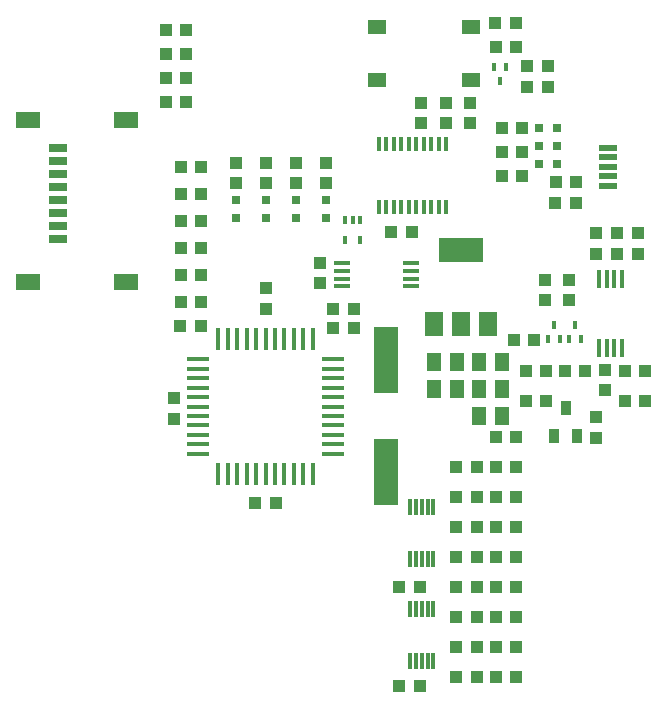
<source format=gtp>
G75*
%MOIN*%
%OFA0B0*%
%FSLAX25Y25*%
%IPPOS*%
%LPD*%
%AMOC8*
5,1,8,0,0,1.08239X$1,22.5*
%
%ADD10R,0.04252X0.04134*%
%ADD11R,0.05118X0.06299*%
%ADD12R,0.04134X0.04252*%
%ADD13R,0.03150X0.03150*%
%ADD14R,0.05906X0.03150*%
%ADD15R,0.07874X0.05709*%
%ADD16R,0.06299X0.01969*%
%ADD17R,0.01575X0.02559*%
%ADD18R,0.04331X0.03937*%
%ADD19R,0.03937X0.04331*%
%ADD20R,0.07480X0.01575*%
%ADD21R,0.01575X0.07480*%
%ADD22R,0.05709X0.01772*%
%ADD23R,0.03543X0.04724*%
%ADD24R,0.01772X0.05906*%
%ADD25R,0.05900X0.07900*%
%ADD26R,0.15000X0.07900*%
%ADD27R,0.01181X0.05709*%
%ADD28R,0.08300X0.22000*%
%ADD29R,0.06102X0.05118*%
%ADD30R,0.01500X0.04500*%
%ADD31R,0.01575X0.02756*%
D10*
X0142605Y0251855D03*
X0142605Y0258745D03*
X0173105Y0288355D03*
X0173105Y0295245D03*
X0225005Y0350255D03*
X0225005Y0357145D03*
X0260105Y0362355D03*
X0260105Y0369245D03*
X0267105Y0369245D03*
X0267105Y0362355D03*
X0283105Y0313545D03*
X0283105Y0306655D03*
X0290105Y0306655D03*
X0290105Y0313545D03*
X0297105Y0313545D03*
X0297105Y0306655D03*
X0283105Y0252245D03*
X0283105Y0245355D03*
D11*
X0252042Y0252800D03*
X0244168Y0252800D03*
X0244168Y0261800D03*
X0237042Y0261800D03*
X0229168Y0261800D03*
X0229168Y0270800D03*
X0237042Y0270800D03*
X0244168Y0270800D03*
X0252042Y0270800D03*
X0252042Y0261800D03*
D12*
X0169660Y0223800D03*
X0176550Y0223800D03*
X0217660Y0195800D03*
X0224550Y0195800D03*
X0236660Y0195800D03*
X0243550Y0195800D03*
X0243550Y0205800D03*
X0236660Y0205800D03*
X0236660Y0215800D03*
X0243550Y0215800D03*
X0243550Y0225800D03*
X0236660Y0225800D03*
X0236660Y0235800D03*
X0243550Y0235800D03*
X0255760Y0278000D03*
X0262650Y0278000D03*
X0269660Y0323800D03*
X0276550Y0323800D03*
X0256550Y0383800D03*
X0249660Y0383800D03*
X0221850Y0314100D03*
X0214960Y0314100D03*
X0202550Y0288300D03*
X0202550Y0282200D03*
X0195660Y0282200D03*
X0195660Y0288300D03*
X0151550Y0282800D03*
X0144660Y0282800D03*
X0236660Y0185800D03*
X0243550Y0185800D03*
X0243550Y0175800D03*
X0236660Y0175800D03*
X0236660Y0165800D03*
X0243550Y0165800D03*
X0224550Y0162800D03*
X0217660Y0162800D03*
D13*
X0193105Y0318847D03*
X0193105Y0324753D03*
X0183105Y0324753D03*
X0183105Y0318847D03*
X0173105Y0318847D03*
X0173105Y0324753D03*
X0163105Y0324753D03*
X0163105Y0318847D03*
X0264152Y0336800D03*
X0270058Y0336800D03*
X0270058Y0342800D03*
X0264152Y0342800D03*
X0264152Y0348800D03*
X0270058Y0348800D03*
D14*
X0104010Y0342164D03*
X0104010Y0337833D03*
X0104010Y0333502D03*
X0104010Y0329172D03*
X0104010Y0324841D03*
X0104010Y0320510D03*
X0104010Y0316180D03*
X0104010Y0311849D03*
D15*
X0093774Y0297400D03*
X0126451Y0297400D03*
X0126451Y0351534D03*
X0093774Y0351534D03*
D16*
X0287208Y0342099D03*
X0287208Y0338950D03*
X0287208Y0335800D03*
X0287208Y0332650D03*
X0287208Y0329501D03*
D17*
X0251105Y0364536D03*
X0249136Y0369064D03*
X0253073Y0369064D03*
X0269105Y0283064D03*
X0267136Y0278536D03*
X0271073Y0278536D03*
X0274136Y0278536D03*
X0278073Y0278536D03*
X0276105Y0283064D03*
D18*
X0274105Y0291454D03*
X0274105Y0298146D03*
X0266105Y0298146D03*
X0266105Y0291454D03*
X0286105Y0268146D03*
X0286105Y0261454D03*
X0276451Y0330800D03*
X0269759Y0330800D03*
X0241105Y0350454D03*
X0241105Y0357146D03*
X0233105Y0357146D03*
X0233105Y0350454D03*
X0193105Y0337146D03*
X0193105Y0330454D03*
X0183105Y0330454D03*
X0183105Y0337146D03*
X0173105Y0337146D03*
X0173105Y0330454D03*
X0163105Y0330454D03*
X0163105Y0337146D03*
X0191105Y0303646D03*
X0191105Y0296954D03*
D19*
X0151451Y0299800D03*
X0144759Y0299800D03*
X0144759Y0290800D03*
X0151451Y0290800D03*
X0151451Y0308800D03*
X0144759Y0308800D03*
X0144759Y0317800D03*
X0151451Y0317800D03*
X0151451Y0326800D03*
X0144759Y0326800D03*
X0144759Y0335800D03*
X0151451Y0335800D03*
X0146451Y0357300D03*
X0139759Y0357300D03*
X0139759Y0365300D03*
X0146451Y0365300D03*
X0146451Y0373300D03*
X0139759Y0373300D03*
X0139759Y0381300D03*
X0146451Y0381300D03*
X0249759Y0375800D03*
X0256451Y0375800D03*
X0258451Y0348800D03*
X0251759Y0348800D03*
X0251759Y0340800D03*
X0258451Y0340800D03*
X0258451Y0332800D03*
X0251759Y0332800D03*
X0259759Y0267800D03*
X0266451Y0267800D03*
X0272759Y0267800D03*
X0279451Y0267800D03*
X0266451Y0257800D03*
X0259759Y0257800D03*
X0256451Y0245800D03*
X0249759Y0245800D03*
X0249759Y0235800D03*
X0256451Y0235800D03*
X0256451Y0225800D03*
X0249759Y0225800D03*
X0249759Y0215800D03*
X0256451Y0215800D03*
X0256451Y0205800D03*
X0249759Y0205800D03*
X0249759Y0195800D03*
X0256451Y0195800D03*
X0256451Y0185800D03*
X0249759Y0185800D03*
X0249759Y0175800D03*
X0256451Y0175800D03*
X0256451Y0165800D03*
X0249759Y0165800D03*
X0292759Y0257800D03*
X0299451Y0257800D03*
X0299451Y0267800D03*
X0292759Y0267800D03*
D20*
X0195497Y0268448D03*
X0195497Y0271597D03*
X0195497Y0265298D03*
X0195497Y0262148D03*
X0195497Y0258999D03*
X0195497Y0255849D03*
X0195497Y0252700D03*
X0195497Y0249550D03*
X0195497Y0246400D03*
X0195497Y0243251D03*
X0195497Y0240101D03*
X0150615Y0240101D03*
X0150615Y0243251D03*
X0150615Y0246400D03*
X0150615Y0249550D03*
X0150615Y0252700D03*
X0150615Y0255849D03*
X0150615Y0258999D03*
X0150615Y0262148D03*
X0150615Y0265298D03*
X0150615Y0268448D03*
X0150615Y0271597D03*
D21*
X0157308Y0278290D03*
X0160457Y0278290D03*
X0163607Y0278290D03*
X0166757Y0278290D03*
X0169906Y0278290D03*
X0173056Y0278290D03*
X0176205Y0278290D03*
X0179355Y0278290D03*
X0182505Y0278290D03*
X0185654Y0278290D03*
X0188804Y0278290D03*
X0188804Y0233408D03*
X0185654Y0233408D03*
X0182505Y0233408D03*
X0179355Y0233408D03*
X0176205Y0233408D03*
X0173056Y0233408D03*
X0169906Y0233408D03*
X0166757Y0233408D03*
X0163607Y0233408D03*
X0160457Y0233408D03*
X0157308Y0233408D03*
D22*
X0198589Y0295961D03*
X0198589Y0298520D03*
X0198589Y0301080D03*
X0198589Y0303639D03*
X0221621Y0303639D03*
X0221621Y0301080D03*
X0221621Y0298520D03*
X0221621Y0295961D03*
D23*
X0269365Y0246076D03*
X0273105Y0255524D03*
X0276845Y0246076D03*
D24*
X0284168Y0275383D03*
X0286727Y0275383D03*
X0289286Y0275383D03*
X0291845Y0275383D03*
X0291845Y0298217D03*
X0289286Y0298217D03*
X0286727Y0298217D03*
X0284168Y0298217D03*
D25*
X0247205Y0283400D03*
X0238205Y0283400D03*
X0229205Y0283400D03*
D26*
X0238105Y0308200D03*
D27*
X0229042Y0222461D03*
X0227073Y0222461D03*
X0225105Y0222461D03*
X0223136Y0222461D03*
X0221168Y0222461D03*
X0221168Y0205139D03*
X0223136Y0205139D03*
X0225105Y0205139D03*
X0227073Y0205139D03*
X0229042Y0205139D03*
X0229042Y0188461D03*
X0227073Y0188461D03*
X0225105Y0188461D03*
X0223136Y0188461D03*
X0221168Y0188461D03*
X0221168Y0171139D03*
X0223136Y0171139D03*
X0225105Y0171139D03*
X0227073Y0171139D03*
X0229042Y0171139D03*
D28*
X0213105Y0234100D03*
X0213105Y0271500D03*
D29*
X0210160Y0364639D03*
X0210160Y0382355D03*
X0241459Y0382355D03*
X0241459Y0364639D03*
D30*
X0233355Y0343350D03*
X0230855Y0343350D03*
X0228355Y0343350D03*
X0225855Y0343350D03*
X0223355Y0343350D03*
X0220855Y0343350D03*
X0218355Y0343350D03*
X0215855Y0343350D03*
X0213355Y0343350D03*
X0210855Y0343350D03*
X0210855Y0322250D03*
X0213355Y0322250D03*
X0215855Y0322250D03*
X0218355Y0322250D03*
X0220855Y0322250D03*
X0223355Y0322250D03*
X0225855Y0322250D03*
X0228355Y0322250D03*
X0230855Y0322250D03*
X0233355Y0322250D03*
D31*
X0204664Y0318146D03*
X0202105Y0318146D03*
X0199546Y0318146D03*
X0199546Y0311454D03*
X0204664Y0311454D03*
M02*

</source>
